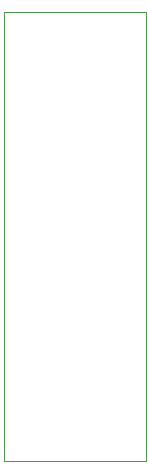
<source format=gbr>
%TF.GenerationSoftware,KiCad,Pcbnew,8.0.2*%
%TF.CreationDate,2024-06-24T21:49:00-04:00*%
%TF.ProjectId,MacroPad,4d616372-6f50-4616-942e-6b696361645f,rev?*%
%TF.SameCoordinates,Original*%
%TF.FileFunction,Other,User*%
%FSLAX46Y46*%
G04 Gerber Fmt 4.6, Leading zero omitted, Abs format (unit mm)*
G04 Created by KiCad (PCBNEW 8.0.2) date 2024-06-24 21:49:00*
%MOMM*%
%LPD*%
G01*
G04 APERTURE LIST*
%ADD10C,0.040000*%
G04 APERTURE END LIST*
D10*
%TO.C,U3*%
X84115000Y-62615000D02*
X84115000Y-100615000D01*
X84115000Y-100615000D02*
X96115000Y-100615000D01*
X96115000Y-62615000D02*
X84115000Y-62615000D01*
X96115000Y-100615000D02*
X96115000Y-62615000D01*
%TD*%
M02*

</source>
